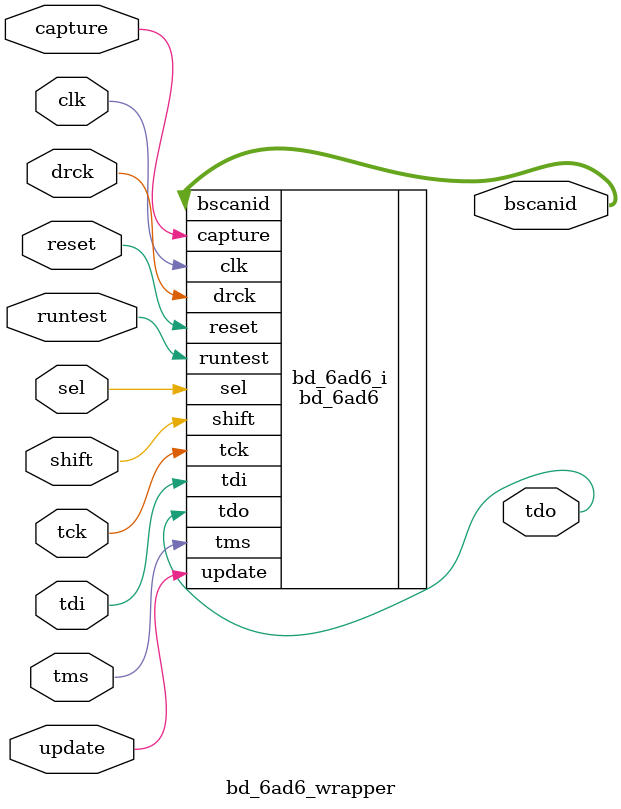
<source format=v>
`timescale 1 ps / 1 ps

module bd_6ad6_wrapper
   (bscanid,
    capture,
    clk,
    drck,
    reset,
    runtest,
    sel,
    shift,
    tck,
    tdi,
    tdo,
    tms,
    update);
  output [31:0]bscanid;
  input capture;
  input clk;
  input drck;
  input reset;
  input runtest;
  input sel;
  input shift;
  input tck;
  input tdi;
  output tdo;
  input tms;
  input update;

  wire [31:0]bscanid;
  wire capture;
  wire clk;
  wire drck;
  wire reset;
  wire runtest;
  wire sel;
  wire shift;
  wire tck;
  wire tdi;
  wire tdo;
  wire tms;
  wire update;

  bd_6ad6 bd_6ad6_i
       (.bscanid(bscanid),
        .capture(capture),
        .clk(clk),
        .drck(drck),
        .reset(reset),
        .runtest(runtest),
        .sel(sel),
        .shift(shift),
        .tck(tck),
        .tdi(tdi),
        .tdo(tdo),
        .tms(tms),
        .update(update));
endmodule

</source>
